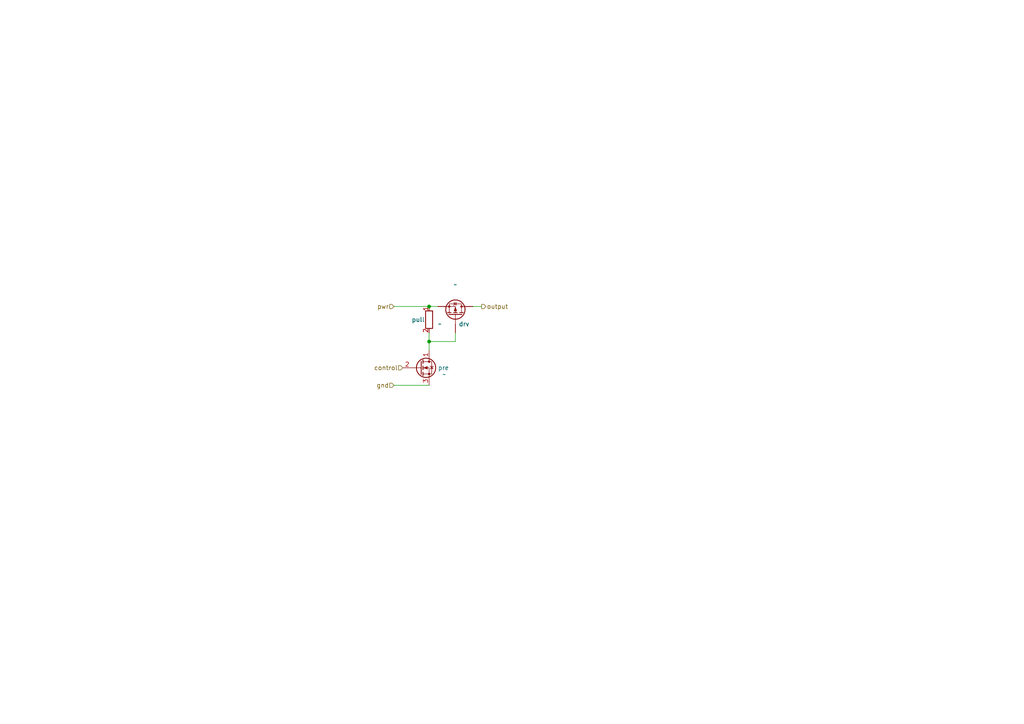
<source format=kicad_sch>
(kicad_sch (version 20230121) (generator eeschema)
  (paper "A4")
  (lib_symbols
    (symbol "Device:Q_NMOS_DGS" (pin_names (offset 0) hide)
      (property "Reference" "Q" (at 5.08 1.27 0))
      (property "Value" "Q_NMOS_DGS" (at 5.08 -1.27 0))
      (symbol "Q_NMOS_DGS_0_1"
        (polyline (pts (xy 0.254 0) (xy -2.54 0)))
        (polyline (pts (xy 0.254 1.905) (xy 0.254 -1.905)) (stroke (width 0.254)))
        (polyline (pts (xy 0.762 -1.27) (xy 0.762 -2.286)) (stroke (width 0.254)))
        (polyline (pts (xy 0.762 0.508) (xy 0.762 -0.508)) (stroke (width 0.254)))
        (polyline (pts (xy 0.762 2.286) (xy 0.762 1.27)) (stroke (width 0.254)))
        (polyline (pts (xy 2.54 2.54) (xy 2.54 1.778)))
        (polyline (pts (xy 2.54 -2.54) (xy 2.54 0) (xy 0.762 0)))
        (polyline (pts (xy 0.762 -1.778) (xy 3.302 -1.778) (xy 3.302 1.778) (xy 0.762 1.778)))
        (polyline (pts (xy 1.016 0) (xy 2.032 0.381) (xy 2.032 -0.381) (xy 1.016 0)) (fill (type outline)))
        (polyline (pts (xy 2.794 0.508) (xy 2.921 0.381) (xy 3.683 0.381) (xy 3.81 0.254)))
        (polyline (pts (xy 3.302 0.381) (xy 2.921 -0.254) (xy 3.683 -0.254) (xy 3.302 0.381)))
        (circle (center 1.651 0) (radius 2.794) (stroke (width 0.254)))
        (circle (center 2.54 -1.778) (radius 0.254) (fill (type outline)))
        (circle (center 2.54 1.778) (radius 0.254) (fill (type outline)))
      )
      (symbol "Q_NMOS_DGS_1_1"
        (pin passive line (at 2.54 5.08 270) (length 2.54) (name "D") (number "1"))
        (pin input line (at -5.08 0 0) (length 2.54) (name "G") (number "2"))
        (pin passive line (at 2.54 -5.08 90) (length 2.54) (name "S") (number "3"))
      )
    )
    (symbol "Device:Q_PMOS_DGS" (pin_numbers hide) (pin_names (offset 0) hide)
      (property "Reference" "Q" (at 5.08 1.27 0))
      (property "Value" "Q_PMOS_DGS" (at 5.08 -1.27 0))
      (symbol "Q_PMOS_DGS_0_1"
        (polyline (pts (xy 0.254 0) (xy -2.54 0)))
        (polyline (pts (xy 0.254 1.905) (xy 0.254 -1.905)) (stroke (width 0.254)))
        (polyline (pts (xy 0.762 -1.27) (xy 0.762 -2.286)) (stroke (width 0.254)))
        (polyline (pts (xy 0.762 0.508) (xy 0.762 -0.508)) (stroke (width 0.254)))
        (polyline (pts (xy 0.762 2.286) (xy 0.762 1.27)) (stroke (width 0.254)))
        (polyline (pts (xy 2.54 2.54) (xy 2.54 1.778)))
        (polyline (pts (xy 2.54 -2.54) (xy 2.54 0) (xy 0.762 0)))
        (polyline (pts (xy 0.762 1.778) (xy 3.302 1.778) (xy 3.302 -1.778) (xy 0.762 -1.778)))
        (polyline (pts (xy 2.286 0) (xy 1.27 0.381) (xy 1.27 -0.381) (xy 2.286 0)) (fill (type outline)))
        (polyline (pts (xy 2.794 -0.508) (xy 2.921 -0.381) (xy 3.683 -0.381) (xy 3.81 -0.254)))
        (polyline (pts (xy 3.302 -0.381) (xy 2.921 0.254) (xy 3.683 0.254) (xy 3.302 -0.381)))
        (circle (center 1.651 0) (radius 2.794) (stroke (width 0.254)))
        (circle (center 2.54 -1.778) (radius 0.254) (fill (type outline)))
        (circle (center 2.54 1.778) (radius 0.254) (fill (type outline)))
      )
      (symbol "Q_PMOS_DGS_1_1"
        (pin passive line (at 2.54 5.08 270) (length 2.54) (name "D") (number "1"))
        (pin input line (at -5.08 0 0) (length 2.54) (name "G") (number "2"))
        (pin passive line (at 2.54 -5.08 90) (length 2.54) (name "S") (number "3"))
      )
    )
    (symbol "Device:R" (pin_names (offset 0))
      (property "Reference" "R" (at 2.032 0 90))
      (property "Value" "R" (at 0 0 90))
      (symbol "R_0_1"
        (rectangle (start -1.016 -2.54) (end 1.016 2.54) (stroke (width 0.254)))
      )
      (symbol "R_1_1"
        (pin passive line (at 0 3.81 270) (length 1.27) (name "~") (number "1"))
        (pin passive line (at 0 -3.81 90) (length 1.27) (name "~") (number "2"))
      )
    )
  )
  (junction (at 124.46 88.9))
  (junction (at 124.46 99.06))
  (wire (pts (xy 124.46 99.06) (xy 132.08 99.06)))
  (wire (pts (xy 124.46 99.06) (xy 124.46 101.6)))
  (wire (pts (xy 137.16 88.9) (xy 139.7 88.9)))
  (wire (pts (xy 132.08 99.06) (xy 132.08 96.52)))
  (wire (pts (xy 114.3 88.9) (xy 124.46 88.9)))
  (wire (pts (xy 124.46 88.9) (xy 127 88.9)))
  (wire (pts (xy 124.46 96.52) (xy 124.46 99.06)))
  (wire (pts (xy 114.3 111.76) (xy 124.46 111.76)))
  (hierarchical_label "control" (shape input) (at 116.84 106.68 180))
  (hierarchical_label "pwr" (shape input) (at 114.3 88.9 180))
  (hierarchical_label "output" (shape output) (at 139.7 88.9 0))
  (hierarchical_label "gnd" (shape input) (at 114.3 111.76 180))
  (symbol (lib_id "Device:Q_NMOS_DGS") (at 121.92 106.68 0) (unit 1)
    (property "Reference" "pre" (at 127 106.68 0) (effects (justify left)))
    (property "Value" "~" (at 128.27 108.585 0) (effects (justify left)))
  )
  (symbol (lib_id "Device:Q_PMOS_DGS") (at 132.08 91.44 270) (mirror x) (unit 1)
    (property "Reference" "drv" (at 134.62 93.98 90))
    (property "Value" "~" (at 132.08 82.55 90))
  )
  (symbol (lib_id "Device:R") (at 124.46 92.71 0) (unit 1)
    (property "Reference" "pull" (at 119.38 92.71 0) (effects (justify left)))
    (property "Value" "~" (at 127 93.9799 0) (effects (justify left)))
  )
)
</source>
